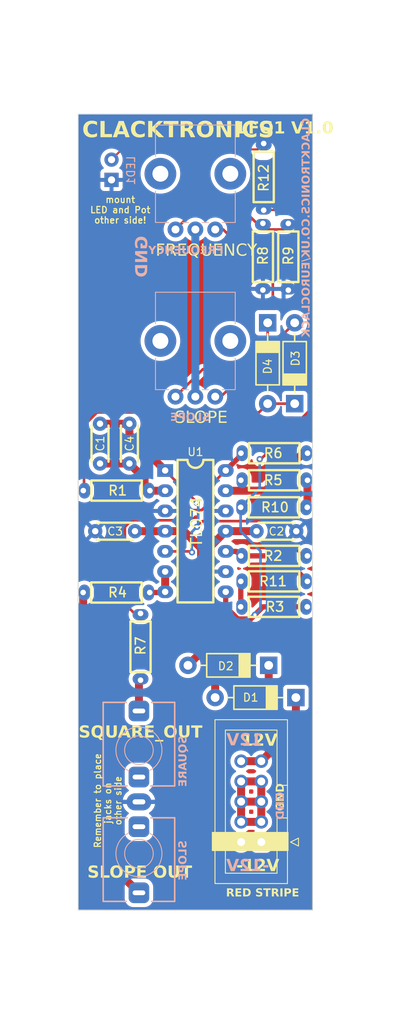
<source format=kicad_pcb>
(kicad_pcb (version 20221018) (generator pcbnew)
  (layers (0 "F.Cu" signal) (31 "B.Cu" signal) (34 "B.Paste" user) (35 "F.Paste" user) (36 "B.SilkS" user "B.Silkscreen") (37 "F.SilkS" user "F.Silkscreen") (38 "B.Mask" user) (39 "F.Mask" user) (44 "Edge.Cuts" user))
  (net 0 "")
  (net 1 "Net-(U1A--)")
  (net 2 "Net-(U1B-+)")
  (net 3 "-12V")
  (net 4 "GND")
  (net 5 "+12V")
  (net 6 "Net-(D1-K)")
  (net 7 "Net-(D2-K)")
  (net 8 "Net-(D3-K)")
  (net 9 "Net-(D3-A)")
  (net 10 "Net-(D4-K)")
  (net 11 "Net-(J1-Pin_3)")
  (net 12 "Net-(J2-PadT)")
  (net 13 "Net-(J3-PadT)")
  (net 14 "Net-(U1C-+)")
  (net 15 "Net-(U1B--)")
  (net 16 "Net-(R6-Pad2)")
  (net 17 "Net-(R8-Pad2)")
  (net 18 "Net-(RV1-Pad2)")
  (net 19 "Net-(U1D--)")
  (net 20 "Net-(R10-Pad1)")
  (net 21 "Net-(R10-Pad2)")
  (net 22 "Net-(R11-Pad2)")
  (net 23 "Net-(LED1-A)")
  (footprint "Clacktronics:R_Axial_DIN0204_L3.6mm_D1.6mm_P7.62mm_Horizontal" (layer "F.Cu") (at 134.1 119.11 90)
    (fp_text reference "R7" (at 4.318 0 90) (layer "F.SilkS") (effects (font (size 1.2 1.2) (thickness 0.2) bold)))
    (fp_text value "1k")
    (fp_line (start 1.016 -1.27) (end 1.016 1.27) (stroke (width 0.3)) (layer "F.SilkS"))
    (fp_line (start 1.016 1.27) (end 7.366 1.27) (stroke (width 0.3)) (layer "F.SilkS"))
    (fp_line (start 7.366 -1.27) (end 1.016 -1.27) (stroke (width 0.3)) (layer "F.SilkS"))
    (fp_line (start 7.366 1.27) (end 7.366 -1.27) (stroke (width 0.3)) (layer "F.SilkS"))
    (pad "1" thru_hole oval (at 0 0 90) (size 1.4 2) (drill 0.7 (offset 0.15 0)) (layers "*.Cu" "*.Mask") (net 13 "Net-(J3-PadT)"))
    (pad "2" thru_hole oval (at 8.382 0 270) (size 1.4 2) (drill 0.7 (offset 0.15 0)) (layers "*.Cu" "*.Mask") (net 16 "Net-(R6-Pad2)"))
  )
  (footprint "Clacktronics:R_Axial_DIN0204_L3.6mm_D1.6mm_P7.62mm_Horizontal" (layer "F.Cu") (at 149.5 70.11 90)
    (fp_text reference "R8" (at 4.318 0 90) (layer "F.SilkS") (effects (font (size 1.2 1.2) (thickness 0.2) bold)))
    (fp_text value "1k")
    (fp_line (start 1.016 -1.27) (end 1.016 1.27) (stroke (width 0.3)) (layer "F.SilkS"))
    (fp_line (start 1.016 1.27) (end 7.366 1.27) (stroke (width 0.3)) (layer "F.SilkS"))
    (fp_line (start 7.366 -1.27) (end 1.016 -1.27) (stroke (width 0.3)) (layer "F.SilkS"))
    (fp_line (start 7.366 1.27) (end 7.366 -1.27) (stroke (width 0.3)) (layer "F.SilkS"))
    (pad "1" thru_hole oval (at 0 0 90) (size 1.4 2) (drill 0.7 (offset 0.15 0)) (layers "*.Cu" "*.Mask") (net 4 "GND"))
    (pad "2" thru_hole oval (at 8.382 0 270) (size 1.4 2) (drill 0.7 (offset 0.15 0)) (layers "*.Cu" "*.Mask") (net 17 "Net-(R8-Pad2)"))
  )
  (footprint "Clacktronics:R_Axial_DIN0204_L3.6mm_D1.6mm_P7.62mm_Horizontal" (layer "F.Cu") (at 146.7 97.4)
    (fp_text reference "R10" (at 4.318 0) (layer "F.SilkS") (effects (font (size 1.2 1.2) (thickness 0.2) bold)))
    (fp_text value "100k")
    (fp_line (start 1.016 -1.27) (end 1.016 1.27) (stroke (width 0.3)) (layer "F.SilkS"))
    (fp_line (start 1.016 1.27) (end 7.366 1.27) (stroke (width 0.3)) (layer "F.SilkS"))
    (fp_line (start 7.366 -1.27) (end 1.016 -1.27) (stroke (width 0.3)) (layer "F.SilkS"))
    (fp_line (start 7.366 1.27) (end 7.366 -1.27) (stroke (width 0.3)) (layer "F.SilkS"))
    (pad "1" thru_hole oval (at 0 0) (size 1.4 2) (drill 0.7 (offset 0.15 0)) (layers "*.Cu" "*.Mask") (net 20 "Net-(R10-Pad1)"))
    (pad "2" thru_hole oval (at 8.382 0 180) (size 1.4 2) (drill 0.7 (offset 0.15 0)) (layers "*.Cu" "*.Mask") (net 21 "Net-(R10-Pad2)"))
  )
  (footprint "Clacktronics:R_Axial_DIN0204_L3.6mm_D1.6mm_P7.62mm_Horizontal" (layer "F.Cu") (at 155.1 103.5 180)
    (fp_text reference "R2" (at 4.318 0 180) (layer "F.SilkS") (effects (font (size 1.2 1.2) (thickness 0.2) bold)))
    (fp_text value "100k")
    (fp_line (start 1.016 -1.27) (end 1.016 1.27) (stroke (width 0.3)) (layer "F.SilkS"))
    (fp_line (start 1.016 1.27) (end 7.366 1.27) (stroke (width 0.3)) (layer "F.SilkS"))
    (fp_line (start 7.366 -1.27) (end 1.016 -1.27) (stroke (width 0.3)) (layer "F.SilkS"))
    (fp_line (start 7.366 1.27) (end 7.366 -1.27) (stroke (width 0.3)) (layer "F.SilkS"))
    (pad "1" thru_hole oval (at 0 0 180) (size 1.4 2) (drill 0.7 (offset 0.15 0)) (layers "*.Cu" "*.Mask") (net 2 "Net-(U1B-+)"))
    (pad "2" thru_hole oval (at 8.382 0) (size 1.4 2) (drill 0.7 (offset 0.15 0)) (layers "*.Cu" "*.Mask") (net 14 "Net-(U1C-+)"))
  )
  (footprint "Clacktronics:R_Axial_DIN0204_L3.6mm_D1.6mm_P7.62mm_Horizontal" (layer "F.Cu") (at 155.12 90.6 180)
    (fp_text reference "R6" (at 4.318 0 180) (layer "F.SilkS") (effects (font (size 1.2 1.2) (thickness 0.2) bold)))
    (fp_text value "100k")
    (fp_line (start 1.016 -1.27) (end 1.016 1.27) (stroke (width 0.3)) (layer "F.SilkS"))
    (fp_line (start 1.016 1.27) (end 7.366 1.27) (stroke (width 0.3)) (layer "F.SilkS"))
    (fp_line (start 7.366 -1.27) (end 1.016 -1.27) (stroke (width 0.3)) (layer "F.SilkS"))
    (fp_line (start 7.366 1.27) (end 7.366 -1.27) (stroke (width 0.3)) (layer "F.SilkS"))
    (pad "1" thru_hole oval (at 0 0 180) (size 1.4 2) (drill 0.7 (offset 0.15 0)) (layers "*.Cu" "*.Mask") (net 19 "Net-(U1D--)"))
    (pad "2" thru_hole oval (at 8.382 0) (size 1.4 2) (drill 0.7 (offset 0.15 0)) (layers "*.Cu" "*.Mask") (net 16 "Net-(R6-Pad2)"))
  )
  (footprint "Clacktronics:D_TH_DO-41_P10.16mm" (layer "F.Cu") (at 150.1 74.22 -90)
    (fp_text reference "D4" (at 5.48 0 90) (layer "F.SilkS"))
    (fp_text value "D")
    (fp_line (start 1.4 0) (end 2.35 0) (stroke (width 0.2)) (layer "F.SilkS"))
    (fp_line (start 2.36 -1.47) (end 2.36 1.47) (stroke (width 0.2)) (layer "F.SilkS"))
    (fp_line (start 2.36 1.47) (end 7.8 1.47) (stroke (width 0.2)) (layer "F.SilkS"))
    (fp_line (start 7.8 -1.47) (end 2.36 -1.47) (stroke (width 0.2)) (layer "F.SilkS"))
    (fp_line (start 7.8 0) (end 8.75 0) (stroke (width 0.2)) (layer "F.SilkS"))
    (fp_line (start 7.8 1.47) (end 7.8 -1.47) (stroke (width 0.2)) (layer "F.SilkS"))
    (fp_poly (pts (xy 2.36 -1.47) (xy 2.36 1.47) (xy 3.75 1.5) (xy 3.75 -1.5)) (stroke (width 0.1)) (fill solid) (layer "F.SilkS"))
    (pad "1" thru_hole rect (at 0 0 270) (size 2.2 2.2) (drill 1.1) (layers "*.Cu" "*.Mask") (net 10 "Net-(D4-K)"))
    (pad "2" thru_hole oval (at 10.16 0 270) (size 2.2 2.2) (drill 1.1) (layers "*.Cu" "*.Mask") (net 8 "Net-(D3-K)"))
  )
  (footprint "Clacktronics:D_TH_DO-41_P10.16mm" (layer "F.Cu") (at 153.5 84.38 90)
    (fp_text reference "D3" (at 5.68 0.1 90) (layer "F.SilkS"))
    (fp_text value "D")
    (fp_line (start 1.4 0) (end 2.35 0) (stroke (width 0.2)) (layer "F.SilkS"))
    (fp_line (start 2.36 -1.47) (end 2.36 1.47) (stroke (width 0.2)) (layer "F.SilkS"))
    (fp_line (start 2.36 1.47) (end 7.8 1.47) (stroke (width 0.2)) (layer "F.SilkS"))
    (fp_line (start 7.8 -1.47) (end 2.36 -1.47) (stroke (width 0.2)) (layer "F.SilkS"))
    (fp_line (start 7.8 0) (end 8.75 0) (stroke (width 0.2)) (layer "F.SilkS"))
    (fp_line (start 7.8 1.47) (end 7.8 -1.47) (stroke (width 0.2)) (layer "F.SilkS"))
    (fp_poly (pts (xy 2.36 -1.47) (xy 2.36 1.47) (xy 3.75 1.5) (xy 3.75 -1.5)) (stroke (width 0.1)) (fill solid) (layer "F.SilkS"))
    (pad "1" thru_hole rect (at 0 0 90) (size 2.2 2.2) (drill 1.1) (layers "*.Cu" "*.Mask") (net 8 "Net-(D3-K)"))
    (pad "2" thru_hole oval (at 10.16 0 90) (size 2.2 2.2) (drill 1.1) (layers "*.Cu" "*.Mask") (net 9 "Net-(D3-A)"))
  )
  (footprint "Clacktronics:R_Axial_DIN0204_L3.6mm_D1.6mm_P7.62mm_Horizontal" (layer "F.Cu") (at 126.88 108.1)
    (fp_text reference "R4" (at 4.318 0) (layer "F.SilkS") (effects (font (size 1.2 1.2) (thickness 0.2) bold)))
    (fp_text value "1k")
    (fp_line (start 1.016 -1.27) (end 1.016 1.27) (stroke (width 0.3)) (layer "F.SilkS"))
    (fp_line (start 1.016 1.27) (end 7.366 1.27) (stroke (width 0.3)) (layer "F.SilkS"))
    (fp_line (start 7.366 -1.27) (end 1.016 -1.27) (stroke (width 0.3)) (layer "F.SilkS"))
    (fp_line (start 7.366 1.27) (end 7.366 -1.27) (stroke (width 0.3)) (layer "F.SilkS"))
    (pad "1" thru_hole oval (at 0 0) (size 1.4 2) (drill 0.7 (offset 0.15 0)) (layers "*.Cu" "*.Mask") (net 12 "Net-(J2-PadT)"))
    (pad "2" thru_hole oval (at 8.382 0 180) (size 1.4 2) (drill 0.7 (offset 0.15 0)) (layers "*.Cu" "*.Mask") (net 15 "Net-(U1B--)"))
  )
  (footprint "Clacktronics:R_Axial_DIN0204_L3.6mm_D1.6mm_P7.62mm_Horizontal" (layer "F.Cu") (at 126.9 95.3)
    (fp_text reference "R1" (at 4.318 0) (layer "F.SilkS") (effects (font (size 1.2 1.2) (thickness 0.2) bold)))
    (fp_text value "100k")
    (fp_line (start 1.016 -1.27) (end 1.016 1.27) (stroke (width 0.3)) (layer "F.SilkS"))
    (fp_line (start 1.016 1.27) (end 7.366 1.27) (stroke (width 0.3)) (layer "F.SilkS"))
    (fp_line (start 7.366 -1.27) (end 1.016 -1.27) (stroke (width 0.3)) (layer "F.SilkS"))
    (fp_line (start 7.366 1.27) (end 7.366 -1.27) (stroke (width 0.3)) (layer "F.SilkS"))
    (pad "1" thru_hole oval (at 0 0) (size 1.4 2) (drill 0.7 (offset 0.15 0)) (layers "*.Cu" "*.Mask") (net 8 "Net-(D3-K)"))
    (pad "2" thru_hole oval (at 8.382 0 180) (size 1.4 2) (drill 0.7 (offset 0.15 0)) (layers "*.Cu" "*.Mask") (net 1 "Net-(U1A--)"))
  )
  (footprint "Clacktronics:D_TH_DO-41_P10.16mm" (layer "F.Cu") (at 153.65 121.3 180)
    (fp_text reference "D1" (at 5.69 0.01) (layer "F.SilkS"))
    (fp_text value "D")
    (fp_line (start 1.4 0) (end 2.35 0) (stroke (width 0.2)) (layer "F.SilkS"))
    (fp_line (start 2.36 -1.47) (end 2.36 1.47) (stroke (width 0.2)) (layer "F.SilkS"))
    (fp_line (start 2.36 1.47) (end 7.8 1.47) (stroke (width 0.2)) (layer "F.SilkS"))
    (fp_line (start 7.8 -1.47) (end 2.36 -1.47) (stroke (width 0.2)) (layer "F.SilkS"))
    (fp_line (start 7.8 0) (end 8.75 0) (stroke (width 0.2)) (layer "F.SilkS"))
    (fp_line (start 7.8 1.47) (end 7.8 -1.47) (stroke (width 0.2)) (layer "F.SilkS"))
    (fp_poly (pts (xy 2.36 -1.47) (xy 2.36 1.47) (xy 3.75 1.5) (xy 3.75 -1.5)) (stroke (width 0.1)) (fill solid) (layer "F.SilkS"))
    (pad "1" thru_hole rect (at 0 0 180) (size 2.2 2.2) (drill 1.1) (layers "*.Cu" "*.Mask") (net 6 "Net-(D1-K)"))
    (pad "2" thru_hole oval (at 10.16 0 180) (size 2.2 2.2) (drill 1.1) (layers "*.Cu" "*.Mask") (net 3 "-12V"))
  )
  (footprint "Clacktronics:C_TH_Disc_P5.00mm" (layer "F.Cu") (at 132.7 91.9 90)
    (fp_text reference "C4" (at 2.5 0.0254 90) (layer "F.SilkS"))
    (fp_text value "1u")
    (fp_line (start 0.23 -1.07) (end 0.23 -1.055) (stroke (width 0.12)) (layer "F.SilkS"))
    (fp_line (start 0.23 -1.07) (end 4.77 -1.07) (stroke (width 0.3)) (layer "F.SilkS"))
    (fp_line (start 0.23 1.055) (end 0.23 1.07) (stroke (width 0.12)) (layer "F.SilkS"))
    (fp_line (start 0.23 1.07) (end 4.77 1.07) (stroke (width 0.3)) (layer "F.SilkS"))
    (fp_line (start 4.77 -1.07) (end 4.77 -1.055) (stroke (width 0.12)) (layer "F.SilkS"))
    (fp_line (start 4.77 1.055) (end 4.77 1.07) (stroke (width 0.12)) (layer "F.SilkS"))
    (pad "1" thru_hole circle (at 0 0 90) (size 1.8 1.8) (drill 0.8) (layers "*.Cu" "*.Mask") (net 1 "Net-(U1A--)"))
    (pad "2" thru_hole circle (at 5 0 90) (size 1.8 1.8) (drill 0.8) (layers "*.Cu" "*.Mask") (net 2 "Net-(U1B-+)"))
  )
  (footprint "Clacktronics:C_TH_Disc_P5.00mm" (layer "F.Cu") (at 128.4 100.4)
    (fp_text reference "C3" (at 2.5 0.0254) (layer "F.SilkS"))
    (fp_text value "100n")
    (fp_line (start 0.23 -1.07) (end 0.23 -1.055) (stroke (width 0.12)) (layer "F.SilkS"))
    (fp_line (start 0.23 -1.07) (end 4.77 -1.07) (stroke (width 0.3)) (layer "F.SilkS"))
    (fp_line (start 0.23 1.055) (end 0.23 1.07) (stroke (width 0.12)) (layer "F.SilkS"))
    (fp_line (start 0.23 1.07) (end 4.77 1.07) (stroke (width 0.3)) (layer "F.SilkS"))
    (fp_line (start 4.77 -1.07) (end 4.77 -1.055) (stroke (width 0.12)) (layer "F.SilkS"))
    (fp_line (start 4.77 1.055) (end 4.77 1.07) (stroke (width 0.12)) (layer "F.SilkS"))
    (pad "1" thru_hole circle (at 0 0) (size 1.8 1.8) (drill 0.8) (layers "*.Cu" "*.Mask") (net 4 "GND"))
    (pad "2" thru_hole circle (at 5 0) (size 1.8 1.8) (drill 0.8) (layers "*.Cu" "*.Mask") (net 5 "+12V"))
  )
  (footprint "Clacktronics:R_Axial_DIN0204_L3.6mm_D1.6mm_P7.62mm_Horizontal" (layer "F.Cu") (at 152.7 70.12 90)
    (fp_text reference "R9" (at 4.318 0 90) (layer "F.SilkS") (effects (font (size 1.2 1.2) (thickness 0.2) bold)))
    (fp_text value "1k")
    (fp_line (start 1.016 -1.27) (end 1.016 1.27) (stroke (width 0.3)) (layer "F.SilkS"))
    (fp_line (start 1.016 1.27) (end 7.366 1.27) (stroke (width 0.3)) (layer "F.SilkS"))
    (fp_line (start 7.366 -1.27) (end 1.016 -1.27) (stroke (width 0.3)) (layer "F.SilkS"))
    (fp_line (start 7.366 1.27) (end 7.366 -1.27) (stroke (width 0.3)) (layer "F.SilkS"))
    (pad "1" thru_hole oval (at 0 0 90) (size 1.4 2) (drill 0.7 (offset 0.15 0)) (layers "*.Cu" "*.Mask") (net 4 "GND"))
    (pad "2" thru_hole oval (at 8.382 0 270) (size 1.4 2) (drill 0.7 (offset 0.15 0)) (layers "*.Cu" "*.Mask") (net 17 "Net-(R8-Pad2)"))
  )
  (footprint "Clacktronics:R_Axial_DIN0204_L3.6mm_D1.6mm_P7.62mm_Horizontal" (layer "F.Cu") (at 155.1 106.7 180)
    (fp_text reference "R11" (at 4.318 0 180) (layer "F.SilkS") (effects (font (size 1.2 1.2) (thickness 0.2) bold)))
    (fp_text value "100k")
    (fp_line (start 1.016 -1.27) (end 1.016 1.27) (stroke (width 0.3)) (layer "F.SilkS"))
    (fp_line (start 1.016 1.27) (end 7.366 1.27) (stroke (width 0.3)) (layer "F.SilkS"))
    (fp_line (start 7.366 -1.27) (end 1.016 -1.27) (stroke (width 0.3)) (layer "F.SilkS"))
    (fp_line (start 7.366 1.27) (end 7.366 -1.27) (stroke (width 0.3)) (layer "F.SilkS"))
    (pad "1" thru_hole oval (at 0 0 180) (size 1.4 2) (drill 0.7 (offset 0.15 0)) (layers "*.Cu" "*.Mask") (net 14 "Net-(U1C-+)"))
    (pad "2" thru_hole oval (at 8.382 0) (size 1.4 2) (drill 0.7 (offset 0.15 0)) (layers "*.Cu" "*.Mask") (net 22 "Net-(R11-Pad2)"))
  )
  (footprint "Clacktronics:C_TH_Disc_P5.00mm" (layer "F.Cu") (at 129 91.9 90)
    (fp_text reference "C1" (at 2.5 0.0254 90) (layer "F.SilkS"))
    (fp_text value "1u")
    (fp_line (start 0.23 -1.07) (end 0.23 -1.055) (stroke (width 0.12)) (layer "F.SilkS"))
    (fp_line (start 0.23 -1.07) (end 4.77 -1.07) (stroke (width 0.3)) (layer "F.SilkS"))
    (fp_line (start 0.23 1.055) (end 0.23 1.07) (stroke (width 0.12)) (layer "F.SilkS"))
    (fp_line (start 0.23 1.07) (end 4.77 1.07) (stroke (width 0.3)) (layer "F.SilkS"))
    (fp_line (start 4.77 -1.07) (end 4.77 -1.055) (stroke (width 0.12)) (layer "F.SilkS"))
    (fp_line (start 4.77 1.055) (end 4.77 1.07) (stroke (width 0.12)) (layer "F.SilkS"))
    (pad "1" thru_hole circle (at 0 0 90) (size 1.8 1.8) (drill 0.8) (layers "*.Cu" "*.Mask") (net 1 "Net-(U1A--)"))
    (pad "2" thru_hole circle (at 5 0 90) (size 1.8 1.8) (drill 0.8) (layers "*.Cu" "*.Mask") (net 2 "Net-(U1B-+)"))
  )
  (footprint "Clacktronics:R_Axial_DIN0204_L3.6mm_D1.6mm_P7.62mm_Horizontal" (layer "F.Cu") (at 155.11 94 180)
    (fp_text reference "R5" (at 4.318 0 180) (layer "F.SilkS") (effects (font (size 1.2 1.2) (thickness 0.2) bold)))
    (fp_text value "100k")
    (fp_line (start 1.016 -1.27) (end 1.016 1.27) (stroke (width 0.3)) (layer "F.SilkS"))
    (fp_line (start 1.016 1.27) (end 7.366 1.27) (stroke (width 0.3)) (layer "F.SilkS"))
    (fp_line (start 7.366 -1.27) (end 1.016 -1.27) (stroke (width 0.3)) (layer "F.SilkS"))
    (fp_line (start 7.366 1.27) (end 7.366 -1.27) (stroke (width 0.3)) (layer "F.SilkS"))
    (pad "1" thru_hole oval (at 0 0 180) (size 1.4 2) (drill 0.7 (offset 0.15 0)) (layers "*.Cu" "*.Mask") (net 21 "Net-(R10-Pad2)"))
    (pad "2" thru_hole oval (at 8.382 0) (size 1.4 2) (drill 0.7 (offset 0.15 0)) (layers "*.Cu" "*.Mask") (net 19 "Net-(U1D--)"))
  )
  (footprint "Clacktronics:R_Axial_DIN0204_L3.6mm_D1.6mm_P7.62mm_Horizontal" (layer "F.Cu") (at 149.6 51.7 -90)
    (fp_text reference "R12" (at 4.318 0 -90) (layer "F.SilkS") (effects (font (size 1.2 1.2) (thickness 0.2) bold)))
    (fp_text value "1k")
    (fp_line (start 1.016 -1.27) (end 1.016 1.27) (stroke (width 0.3)) (layer "F.SilkS"))
    (fp_line (start 1.016 1.27) (end 7.366 1.27) (stroke (width 0.3)) (layer "F.SilkS"))
    (fp_line (start 7.366 -1.27) (end 1.016 -1.27) (stroke (width 0.3)) (layer "F.SilkS"))
    (fp_line (start 7.366 1.27) (end 7.366 -1.27) (stroke (width 0.3)) (layer "F.SilkS"))
    (pad "1" thru_hole oval (at 0 0 270) (size 1.4 2) (drill 0.7 (offset 0.15 0)) (layers "*.Cu" "*.Mask") (net 23 "Net-(LED1-A)"))
    (pad "2" thru_hole oval (at 8.382 0 90) (size 1.4 2) (drill 0.7 (offset 0.15 0)) (layers "*.Cu" "*.Mask") (net 20 "Net-(R10-Pad1)"))
  )
  (footprint "Clacktronics:R_Axial_DIN0204_L3.6mm_D1.6mm_P7.62mm_Horizontal" (layer "F.Cu") (at 146.7 109.9)
    (fp_text reference "R3" (at 4.318 0) (layer "F.SilkS") (effects (font (size 1.2 1.2) (thickness 0.2) bold)))
    (fp_text value "100k")
    (fp_line (start 1.016 -1.27) (end 1.016 1.27) (stroke (width 0.3)) (layer "F.SilkS"))
    (fp_line (start 1.016 1.27) (end 7.366 1.27) (stroke (width 0.3)) (layer "F.SilkS"))
    (fp_line (start 7.366 -1.27) (end 1.016 -1.27) (stroke (width 0.3)) (layer "F.SilkS"))
    (fp_line (start 7.366 1.27) (end 7.366 -1.27) (stroke (width 0.3)) (layer "F.SilkS"))
    (pad "1" thru_hole oval (at 0 0) (size 1.4 2) (drill 0.7 (offset 0.15 0)) (layers "*.Cu" "*.Mask") (net 22 "Net-(R11-Pad2)"))
    (pad "2" thru_hole oval (at 8.382 0 180) (size 1.4 2) (drill 0.7 (offset 0.15 0)) (layers "*.Cu" "*.Mask") (net 20 "Net-(R10-Pad1)"))
  )
  (footprint "Clacktronics:D_TH_DO-41_P10.16mm" (layer "F.Cu") (at 150.23 117.25 180)
    (fp_text reference "D2" (at 5.41 -0.1) (layer "F.SilkS"))
    (fp_text value "D")
    (fp_line (start 1.4 0) (end 2.35 0) (stroke (width 0.2)) (layer "F.SilkS"))
    (fp_line (start 2.36 -1.47) (end 2.36 1.47) (stroke (width 0.2)) (layer "F.SilkS"))
    (fp_line (start 2.36 1.47) (end 7.8 1.47) (stroke (width 0.2)) (layer "F.SilkS"))
    (fp_line (start 7.8 -1.47) (end 2.36 -1.47) (stroke (width 0.2)) (layer "F.SilkS"))
    (fp_line (start 7.8 0) (end 8.75 0) (stroke (width 0.2)) (layer "F.SilkS"))
    (fp_line (start 7.8 1.47) (end 7.8 -1.47) (stroke (width 0.2)) (layer "F.SilkS"))
    (fp_poly (pts (xy 2.36 -1.47) (xy 2.36 1.47) (xy 3.75 1.5) (xy 3.75 -1.5)) (stroke (width 0.1)) (fill solid) (layer "F.SilkS"))
    (pad "1" thru_hole rect (at 0 0 180) (size 2.2 2.2) (drill 1.1) (layers "*.Cu" "*.Mask") (net 7 "Net-(D2-K)"))
    (pad "2" thru_hole oval (at 10.16 0 180) (size 2.2 2.2) (drill 1.1) (layers "*.Cu" "*.Mask") (net 5 "+12V"))
  )
  (footprint "Connector_IDC:IDC-Header_2x05_P2.54mm_Vertical" (layer "F.Cu") (at 149.3 139.45 180)
    (fp_text reference "J1" hide)
    (fp_text value "Conn_02x05_Odd_Even")
    (fp_line (start -4.68 -0.5) (end -4.68 0.5) (stroke (width 0.12)) (layer "F.SilkS"))
    (fp_line (start -4.68 0.5) (end -3.68 0) (stroke (width 0.12)) (layer "F.SilkS"))
    (fp_line (start -3.68 0) (end -4.68 -0.5) (stroke (width 0.12)) (layer "F.SilkS"))
    (fp_line (start -3.29 -5.21) (end 5.83 -5.21) (stroke (width 0.12)) (layer "F.SilkS"))
    (fp_line (start -3.29 3.03) (end -1.98 3.03) (stroke (width 0.12)) (layer "F.SilkS"))
    (fp_line (start -3.29 15.37) (end -3.29 -5.21) (stroke (width 0.12)) (layer "F.SilkS"))
    (fp_line (start -1.98 -3.91) (end 4.52 -3.91) (stroke (width 0.12)) (layer "F.SilkS"))
    (fp_line (start -1.98 3.03) (end -1.98 -3.91) (stroke (width 0.12)) (layer "F.SilkS"))
    (fp_line (start -1.98 7.13) (end -3.29 7.13) (stroke (width 0.12)) (layer "F.SilkS"))
    (fp_line (start -1.98 7.13) (end -1.98 7.13) (stroke (width 0.12)) (layer "F.SilkS"))
    (fp_line (start -1.98 14.07) (end -1.98 7.13) (stroke (width 0.12)) (layer "F.SilkS"))
    (fp_line (start 4.52 -3.91) (end 4.52 14.07) (stroke (width 0.12)) (layer "F.SilkS"))
    (fp_line (start 4.52 14.07) (end -1.98 14.07) (stroke (width 0.12)) (layer "F.SilkS"))
    (fp_line (start 5.83 -5.21) (end 5.83 15.37) (stroke (width 0.12)) (layer "F.SilkS"))
    (fp_line (start 5.83 15.37) (end -3.29 15.37) (stroke (width 0.12)) (layer "F.SilkS"))
    (pad "1" thru_hole roundrect (at 0 0 180) (size 1.7 1.7) (drill 1) (layers "*.Cu" "*.Mask") (roundrect_rratio 0.147059) (net 6 "Net-(D1-K)"))
    (pad "2" thru_hole circle (at 2.54 0 180) (size 1.7 1.7) (drill 1) (layers "*.Cu" "*.Mask") (net 6 "Net-(D1-K)"))
    (pad "3" thru_hole circle (at 0 2.54 180) (size 1.7 1.7) (drill 1) (layers "*.Cu" "*.Mask") (net 11 "Net-(J1-Pin_3)"))
    (pad "4" thru_hole circle (at 2.54 2.54 180) (size 1.7 1.7) (drill 1) (layers "*.Cu" "*.Mask") (net 11 "Net-(J1-Pin_3)"))
    (pad "5" thru_hole circle (at 0 5.08 180) (size 1.7 1.7) (drill 1) (layers "*.Cu" "*.Mask") (net 11 "Net-(J1-Pin_3)"))
    (pad "6" thru_hole circle (at 2.54 5.08 180) (size 1.7 1.7) (drill 1) (layers "*.Cu" "*.Mask") (net 11 "Net-(J1-Pin_3)"))
    (pad "7" thru_hole circle (at 0 7.62 180) (size 1.7 1.7) (drill 1) (layers "*.Cu" "*.Mask") (net 11 "Net-(J1-Pin_3)"))
    (pad "8" thru_hole circle (at 2.54 7.62 180) (size 1.7 1.7) (drill 1) (layers "*.Cu" "*.Mask") (net 11 "Net-(J1-Pin_3)"))
    (pad "9" thru_hole circle (at 0 10.16 180) (size 1.7 1.7) (drill 1) (layers "*.Cu" "*.Mask") (net 7 "Net-(D2-K)"))
    (pad "10" thru_hole circle (at 2.54 10.16 180) (size 1.7 1.7) (drill 1) (layers "*.Cu" "*.Mask") (net 7 "Net-(D2-K)"))
  )
  (footprint "Clacktronics:DIP-14_W7.62mm_LongPads" (layer "F.Cu") (at 137.2 92.775)
    (fp_text reference "U1" (at 3.81 -2.33) (layer "F.SilkS"))
    (fp_text value "TL074")
    (fp_line (start 1.56 -1.33) (end 1.56 16.57) (stroke (width 0.3)) (layer "F.SilkS"))
    (fp_line (start 1.56 16.57) (end 6.06 16.57) (stroke (width 0.3)) (layer "F.SilkS"))
    (fp_line (start 2.81 -1.33) (end 1.56 -1.33) (stroke (width 0.3)) (layer "F.SilkS"))
    (fp_line (start 6.06 -1.33) (end 4.81 -1.33) (stroke (width 0.3)) (layer "F.SilkS"))
    (fp_line (start 6.06 16.57) (end 6.06 -1.33) (stroke (width 0.3)) (layer "F.SilkS"))
    (fp_arc (start 4.81 -1.33) (mid 3.81 -0.33) (end 2.81 -1.33) (stroke (width 0.3)) (layer "F.SilkS"))
    (pad "1" thru_hole rect (at 0 0) (size 2 1.6) (drill 0.8) (layers "*.Cu" "*.Mask") (net 2 "Net-(U1B-+)"))
    (pad "2" thru_hole oval (at 0 2.54) (size 2 1.6) (drill 0.8) (layers "*.Cu" "*.Mask") (net 1 "Net-(U1A--)"))
    (pad "3" thru_hole oval (at 0 5.08) (size 2 1.6) (drill 0.8) (layers "*.Cu" "*.Mask") (net 4 "GND"))
    (pad "4" thru_hole oval (at 0 7.62) (size 2 1.6) (drill 0.8) (layers "*.Cu" "*.Mask") (net 5 "+12V"))
    (pad "5" thru_hole oval (at 0 10.16) (size 2 1.6) (drill 0.8) (layers "*.Cu" "*.Mask") (net 2 "Net-(U1B-+)"))
    (pad "6" thru_hole oval (at 0 12.7) (size 2 1.6) (drill 0.8) (layers "*.Cu" "*.Mask") (net 15 "Net-(U1B--)"))
    (pad "7" thru_hole oval (at 0 15.24) (size 2 1.6) (drill 0.8) (layers "*.Cu" "*.Mask") (net 15 "Net-(U1B--)"))
    (pad "8" thru_hole oval (at 7.62 15.24) (size 2 1.6) (drill 0.8) (layers "*.Cu" "*.Mask") (net 20 "Net-(R10-Pad1)"))
    (pad "9" thru_hole oval (at 7.62 12.7) (size 2 1.6) (drill 0.8) (layers "*.Cu" "*.Mask") (net 4 "GND"))
    (pad "10" thru_hole oval (at 7.62 10.16) (size 2 1.6) (drill 0.8) (layers "*.Cu" "*.Mask") (net 14 "Net-(U1C-+)"))
    (pad "11" thru_hole oval (at 7.62 7.62) (size 2 1.6) (drill 0.8) (layers "*.Cu" "*.Mask") (net 3 "-12V"))
    (pad "12" thru_hole oval (at 7.62 5.08) (size 2 1.6) (drill 0.8) (layers "*.Cu" "*.Mask") (net 4 "GND"))
    (pad "13" thru_hole oval (at 7.62 2.54) (size 2 1.6) (drill 0.8) (layers "*.Cu" "*.Mask") (net 19 "Net-(U1D--)"))
    (pad "14" thru_hole oval (at 7.62 0) (size 2 1.6) (drill 0.8) (layers "*.Cu" "*.Mask") (net 16 "Net-(R6-Pad2)"))
  )
  (footprint "Clacktronics:C_TH_Disc_P5.00mm" (layer "F.Cu") (at 148.7 100.4)
    (fp_text reference "C2" (at 2.5 0.0254) (layer "F.SilkS"))
    (fp_text value "100n")
    (fp_line (start 0.23 -1.07) (end 0.23 -1.055) (stroke (width 0.12)) (layer "F.SilkS"))
    (fp_line (start 0.23 -1.07) (end 4.77 -1.07) (stroke (width 0.3)) (layer "F.SilkS"))
    (fp_line (start 0.23 1.055) (end 0.23 1.07) (stroke (width 0.12)) (layer "F.SilkS"))
    (fp_line (start 0.23 1.07) (end 4.77 1.07) (stroke (width 0.3)) (layer "F.SilkS"))
    (fp_line (start 4.77 -1.07) (end 4.77 -1.055) (stroke (width 0.12)) (layer "F.SilkS"))
    (fp_line (start 4.77 1.055) (end 4.77 1.07) (stroke (width 0.12)) (layer "F.SilkS"))
    (pad "1" thru_hole circle (at 0 0) (size 1.8 1.8) (drill 0.8) (layers "*.Cu" "*.Mask") (net 3 "-12V"))
    (pad "2" thru_hole circle (at 5 0) (size 1.8 1.8) (drill 0.8) (layers "*.Cu" "*.Mask") (net 4 "GND"))
  )
  (footprint "AudioJacks:Jack_3.5mm_QingPu_WQP-PJ366ST_Vertical" (layer "B.Cu") (at 133.9 127.9 180)
    (fp_text reference "J3" hide)
    (fp_text value "SQUARE OUT")
    (fp_line (start -4.5 -4.5) (end -4.5 6) (stroke (width 0.2)) (layer "B.SilkS"))
    (fp_line (start -4.5 -4.5) (end -1.5 -4.5) (stroke (width 0.2)) (layer "B.SilkS"))
    (fp_line (start -4.5 6) (end -1.6 6) (stroke (width 0.2)) (layer "B.SilkS"))
    (fp_line (start 1.5 -4.5) (end 4.5 -4.5) (stroke (width 0.2)) (layer "B.SilkS"))
    (fp_line (start 1.6 6) (end 4.5 6) (stroke (width 0.2)) (layer "B.SilkS"))
    (fp_line (start 4.5 -4.5) (end 4.5 6) (stroke (width 0.2)) (layer "B.SilkS"))
    (fp_arc (start 0 2.895) (mid -2.817353 0.665994) (end -1.296263 -2.588577) (stroke (width 0.12)) (layer "B.SilkS"))
    (fp_arc (start 1.296263 -2.588577) (mid 2.817353 0.665994) (end 0 2.895) (stroke (width 0.12)) (layer "B.SilkS"))
    (fp_circle (center 0 0) (end -1.8 0) (stroke (width 0.12)) (fill none) (layer "B.SilkS"))
    (pad "R" thru_hole roundrect (at 0 -3.38 180) (size 2.6 2.6) (drill oval 1.6 0.6) (layers "*.Cu" "*.Mask"))
    (pad "S" thru_hole oval (at 0 -6.48 180) (size 3.1 2.1) (drill oval 1.6 0.6) (layers "*.Cu" "*.Mask") (net 4 "GND"))
    (pad "T" thru_hole roundrect (at 0 4.92 180) (size 2.6 2.6) (drill oval 1.6 0.6) (layers "*.Cu" "*.Mask") (net 13 "Net-(J3-PadT)"))
  )
  (footprint "AudioJacks:Jack_3.5mm_QingPu_WQP-PJ366ST_Vertical" (layer "B.Cu") (at 133.9 140.9)
    (fp_text reference "J2" hide)
    (fp_text value "SLOPE OUT")
    (fp_line (start -4.5 -4.5) (end -4.5 6) (stroke (width 0.2)) (layer "B.SilkS"))
    (fp_line (start -4.5 -4.5) (end -1.5 -4.5) (stroke (width 0.2)) (layer "B.SilkS"))
    (fp_line (start -4.5 6) (end -1.6 6) (stroke (width 0.2)) (layer "B.SilkS"))
    (fp_line (start 1.5 -4.5) (end 4.5 -4.5) (stroke (width 0.2)) (layer "B.SilkS"))
    (fp_line (start 1.6 6) (end 4.5 6) (stroke (width 0.2)) (layer "B.SilkS"))
    (fp_line (start 4.5 -4.5) (end 4.5 6) (stroke (width 0.2)) (layer "B.SilkS"))
    (fp_arc (start 0 2.895) (mid -2.817353 0.665994) (end -1.296263 -2.588577) (stroke (width 0.12)) (layer "B.SilkS"))
    (fp_arc (start 1.296263 -2.588577) (mid 2.817353 0.665994) (end 0 2.895) (stroke (width 0.12)) (layer "B.SilkS"))
    (fp_circle (center 0 0) (end -1.8 0) (stroke (width 0.12)) (fill none) (layer "B.SilkS"))
    (pad "R" thru_hole roundrect (at 0 -3.38) (size 2.6 2.6) (drill oval 1.6 0.6) (layers "*.Cu" "*.Mask"))
    (pad "S" thru_hole oval (at 0 -6.48) (size 3.1 2.1) (drill oval 1.6 0.6) (layers "*.Cu" "*.Mask") (net 4 "GND"))
    (pad "T" thru_hole roundrect (at 0 4.92) (size 2.6 2.6) (drill oval 1.6 0.6) (layers "*.Cu" "*.Mask") (net 12 "Net-(J2-PadT)"))
  )
  (footprint "Clacktronics:LED_D3.0mm" (layer "B.Cu") (at 130.45 55 90)
    (fp_text reference "LED1" (at -0.1 2.45 90) (layer "B.SilkS") (effects (justify mirror)))
    (fp_text value "LED")
    (pad "1" thru_hole rect (at -1.27 0 90) (size 1.8 1.8) (drill 0.9) (layers "*.Cu" "*.Mask") (net 4 "GND"))
    (pad "2" thru_hole circle (at 1.27 0 90) (size 1.8 1.8) (drill 0.9) (layers "*.Cu" "*.Mask") (net 23 "Net-(LED1-A)"))
  )
  (footprint "Clacktronics:POT_TH_Alps_RK09K_Single_Vertical" (layer "B.Cu") (at 141 76 180)
    (fp_text reference "RV2" hide)
    (fp_text value "10k")
    (fp_line (start -5.021 -6.62) (end -5.021 -2.683) (stroke (width 0.12)) (layer "B.SilkS"))
    (fp_line (start -5.021 -6.62) (end -3.371 -6.62) (stroke (width 0.12)) (layer "B.SilkS"))
    (fp_line (start -5.021 1.684) (end -5.021 5.62) (stroke (width 0.12)) (layer "B.SilkS"))
    (fp_line (start -5.021 5.62) (end 5.02 5.62) (stroke (width 0.12)) (layer "B.SilkS"))
    (fp_line (start -1.629 -6.62) (end -0.87 -6.62) (stroke (width 0.12)) (layer "B.SilkS"))
    (fp_line (start 0.871 -6.62) (end 1.63 -6.62) (stroke (width 0.12)) (layer "B.SilkS"))
    (fp_line (start 3.37 -6.62) (end 5.02 -6.62) (stroke (width 0.12)) (layer "B.SilkS"))
    (fp_line (start 5.02 -6.62) (end 5.02 -2.683) (stroke (width 0.12)) (layer "B.SilkS"))
    (fp_line (start 5.02 1.684) (end 5.02 5.62) (stroke (width 0.12)) (layer "B.SilkS"))
    (pad "" thru_hole circle (at -4.4 -0.5 90) (size 4 4) (drill 2) (layers "*.Cu" "*.Mask"))
    (pad "" thru_hole circle (at 4.4 -0.5 90) (size 4 4) (drill 2) (layers "*.Cu" "*.Mask"))
    (pad "1" thru_hole circle (at 2.5 -7.5 90) (size 2 2) (drill 1) (layers "*.Cu" "*.Mask") (net 10 "Net-(D4-K)"))
    (pad "2" thru_hole circle (at 0 -7.5 180) (size 2 2) (drill 1) (layers "*.Cu" "*.Mask") (net 18 "Net-(RV1-Pad2)"))
    (pad "3" thru_hole circle (at -2.5 -7.5 90) (size 2 2) (drill 1) (layers "*.Cu" "*.Mask") (net 9 "Net-(D3-A)"))
  )
  (footprint "Clacktronics:POT_TH_Alps_RK09K_Single_Vertical" (layer "B.Cu") (at 141 55 180)
    (fp_text reference "RV1" hide)
    (fp_text value "10k")
    (fp_line (start -5.021 -6.62) (end -5.021 -2.683) (stroke (width 0.12)) (layer "B.SilkS"))
    (fp_line (start -5.021 -6.62) (end -3.371 -6.62) (stroke (width 0.12)) (layer "B.SilkS"))
    (fp_line (start -5.021 1.684) (end -5.021 5.62) (stroke (width 0.12)) (layer "B.SilkS"))
    (fp_line (start -5.021 5.62) (end 5.02 5.62) (stroke (width 0.12)) (layer "B.SilkS"))
    (fp_line (start -1.629 -6.62) (end -0.87 -6.62) (stroke (width 0.12)) (layer "B.SilkS"))
    (fp_line (start 0.871 -6.62) (end 1.63 -6.62) (stroke (width 0.12)) (layer "B.SilkS"))
    (fp_line (start 3.37 -6.62) (end 5.02 -6.62) (stroke (width 0.12)) (layer "B.SilkS"))
    (fp_line (start 5.02 -6.62) (end 5.02 -2.683) (stroke (width 0.12)) (layer "B.SilkS"))
    (fp_line (start 5.02 1.684) (end 5.02 5.62) (stroke (width 0.12)) (layer "B.SilkS"))
    (pad "" thru_hole circle (at -4.4 -0.5 90) (size 4 4) (drill 2) (layers "*.Cu" "*.Mask"))
    (pad "" thru_hole circle (at 4.4 -0.5 90) (size 4 4) (drill 2) (layers "*.Cu" "*.Mask"))
    (pad "1" thru_hole circle (at 2.5 -7.5 90) (size 2 2) (drill 1) (layers "*.Cu" "*.Mask") (net 17 "Net-(R8-Pad2)"))
    (pad "2" thru_hole circle (at 0 -7.5 180) (size 2 2) (drill 1) (layers "*.Cu" "*.Mask") (net 18 "Net-(RV1-Pad2)"))
    (pad "3" thru_hole circle (at -2.5 -7.5 90) (size 2 2) (drill 1) (layers "*.Cu" "*.Mask") (net 20 "Net-(R10-Pad1)"))
  )
  (gr_rect (start 143.15 138.25) (end 152.65 140.5) (stroke (width 0.15)) (fill solid) (layer "F.SilkS"))
  (gr_line (start 155.75 48) (end 126.25 48) (stroke (width 0.1)) (layer "Edge.Cuts"))
  (gr_line (start 155.75 148) (end 155.75 48) (stroke (width 0.1)) (layer "Edge.Cuts"))
  (gr_line (start 126.25 48) (end 126.25 148) (stroke (width 0.1)) (layer "Edge.Cuts"))
  (gr_line (start 126.25 148) (end 155.75 148) (stroke (width 0.1)) (layer "Edge.Cuts"))
  (gr_text "GND" (at 152.3 133.15 90) (layer "B.SilkS") (effects (font (size 1 1)) (justify left bottom mirror)))
  (gr_text "GND" (at 135.2 63.3 90) (layer "B.SilkS") (effects (font (size 1.5 1.5)) (justify left bottom mirror)))
  (gr_text "SQUARE" (at 140.05 126.1 90) (layer "B.SilkS") (effects (font (size 1 1)) (justify left bottom mirror)))
  (gr_text "FREQUENCY" (at 144.55 65.75) (layer "B.SilkS") (effects (font (size 1 1)) (justify left bottom mirror)))
  (gr_text "CLACKTRONICS.CO.UK/EUROCLACK" (at 155.55 48.5 90) (layer "B.SilkS") (effects (font (size 1 1)) (justify left bottom mirror)))
  (gr_text "-12V\n" (at 150.3 143.35) (layer "B.SilkS") (effects (font (size 1.5 1.5)) (justify left bottom mirror)))
  (gr_text "SLOPE" (at 140.05 139.25 90) (layer "B.SilkS") (effects (font (size 1 1)) (justify left bottom mirror)))
  (gr_text "SLOPE" (at 142.85 86.7) (layer "B.SilkS") (effects (font (size 1 1)) (justify left bottom mirror)))
  (gr_text "12V" (at 149.45 127.55) (layer "B.SilkS") (effects (font (size 1.5 1.5)) (justify left bottom mirror)))
  (gr_text "12V" (at 146.8 127.6) (layer "F.SilkS") (effects (font (size 1.5 1.5)) (justify left bottom)))
  (gr_text "Remember to place\njacks on \nother side" (at 131.75 134.25 90) (layer "F.SilkS") (effects (font (size 0.8 0.8)) (justify bottom)))
  (gr_text "GND" (at 152.3 135.55 90) (layer "F.SilkS") (effects (font (size 1 1)) (justify left bottom)))
  (gr_text "FREQUENCY" (at 136 66.05) (layer "F.SilkS") (effects (font (size 1.5 1.5)) (justify left bottom)))
  (gr_text "TL074" (at 142.1 102.5 90) (layer "F.SilkS") (effects (font (size 1.5 1.5)) (justify left bottom)))
  (gr_text "LFO1 V1.0" (at 146.3 50.7) (layer "F.SilkS") (effects (font (size 1.5 1.5)) (justify left bottom)))
  (gr_text "-12V\n" (at 146.15 143.35) (layer "F.SilkS") (effects (font (size 1.5 1.5)) (justify left bottom)))
  (gr_text "SLOPE" (at 138.4 87.05) (layer "F.SilkS") (effects (font (size 1.5 1.5)) (justify left bottom)))
  (gr_text "CLACKTRONICS" (at 126.75 51.25) (layer "F.SilkS") (effects (font (size 2 2)) (justify left bottom)))
  (gr_text "SQUARE_OUT" (at 134.1 125.7) (layer "F.SilkS") (effects (font (size 1.5 1.5))))
  (gr_text "mount\nLED and Pot\nother side!" (at 131.55 61.8) (layer "F.SilkS") (effects (font (size 0.8 0.8)) (justify bottom)))
  (gr_text "SLOPE OUT" (at 134 143.3) (layer "F.SilkS") (effects (font (size 1.5 1.5))))
  (gr_text "RED STRIPE" (at 144.85 146.45) (layer "F.SilkS") (effects (font (size 1 1)) (justify left bottom)))
  (segment (start 129 91.9) (end 132.7 91.9) (width 1) (layer "F.Cu") (net 1))
  (segment (start 137.2 95.315) (end 134.625 95.315) (width 1) (layer "F.Cu") (net 1))
  (segment (start 134.61 93.81) (end 132.7 91.9) (width 1) (layer "F.Cu") (net 1))
  (segment (start 134.61 95.3) (end 134.61 93.81) (width 1) (layer "F.Cu") (net 1))
  (segment (start 134.625 95.315) (end 134.61 95.3) (width 1) (layer "F.Cu") (net 1))
  (segment (start 137.2 102.935) (end 140.455 102.935) (width 0.33) (layer "F.Cu") (net 2))
  (segment (start 150.155051 99.135) (end 141.915 99.135) (width 0.33) (layer "F.Cu") (net 2))
  (segment (start 132.7 86.9) (end 132.7 88.275) (width 1) (layer "F.Cu") (net 2))
  (segment (start 140.455 102.935) (end 140.57 103.05) (width 0.33) (layer "F.Cu") (net 2))
  (segment (start 137.2 92.775) (end 141.15 96.725) (width 0.33) (layer "F.Cu") (net 2))
  (segment (start 141.915 99.135) (end 141.2 99.85) (width 0.33) (layer "F.Cu") (net 2))
  (segment (start 129 86.9) (end 132.7 86.9) (width 1) (layer "F.Cu") (net 2))
  (segment (start 141.15 96.725) (end 141.15 96.8) (width 0.33) (layer "F.Cu") (net 2))
  (segment (start 132.7 88.275) (end 137.2 92.775) (width 1) (layer "F.Cu") (net 2))
  (segment (start 150.155051 99.135) (end 154.520051 103.5) (width 0.33) (layer "F.Cu") (net 2))
  (segment (start 154.520051 103.5) (end 155.1 103.5) (width 0.33) (layer "F.Cu") (net 2))
  (via (at 141.15 96.8) (size 0.8) (drill 0.4) (layers "F.Cu" "B.Cu") (net 2))
  (via (at 141.2 99.85) (size 0.8) (drill 0.4) (layers "F.Cu" "B.Cu") (net 2))
  (via (at 140.57 103.05) (size 0.8) (drill 0.4) (layers "F.Cu" "B.Cu") (net 2))
  (segment (start 140.55 100.5) (end 140.55 103.03) (width 0.33) (layer "B.Cu") (net 2))
  (segment (start 141.353308 99.696692) (end 141.2 99.85) (width 0.33) (layer "B.Cu") (net 2))
  (segment (start 141.2 99.85) (end 140.55 100.5) (width 0.33) (layer "B.Cu") (net 2))
  (segment (start 141.353308 97.003308) (end 141.353308 99.696692) (width 0.33) (layer "B.Cu") (net 2))
  (segment (start 141.15 96.8) (end 141.353308 97.003308) (width 0.33) (layer "B.Cu") (net 2))
  (segment (start 140.55 103.03) (end 140.57 103.05) (width 0.33) (layer "B.Cu") (net 2))
  (segment (start 148.695 100.395) (end 148.7 100.4) (width 1) (layer "F.Cu") (net 3))
  (segment (start 143.49 112.29) (end 142.92 111.72) (width 1) (layer "F.Cu") (net 3))
  (segment (start 142.92 111.72) (end 142.92 102.295) (width 1) (layer "F.Cu") (net 3))
  (segment (start 142.92 102.295) (end 144.82 100.395) (width 1) (layer "F.Cu") (net 3))
  (segment (start 143.49 121.3) (end 143.49 112.29) (width 1) (layer "F.Cu") (net 3))
  (segment (start 144.82 100.395) (end 148.695 100.395) (width 1) (layer "F.Cu") (net 3))
  (segment (start 141.72 115.6) (end 141.72 102.543654) (width 1) (layer "F.Cu") (net 5))
  (segment (start 141.72 102.543654) (end 139.571346 100.395) (width 1) (layer "F.Cu") (net 5))
  (segment (start 140.07 117.25) (end 141.72 115.6) (width 1) (layer "F.Cu") (net 5))
  (segment (start 133.4 100.4) (end 137.195 100.4) (width 1) (layer "F.Cu") (net 5))
  (segment (start 139.571346 100.395) (end 137.2 100.395) (width 1) (layer "F.Cu") (net 5))
  (segment (start 137.195 100.4) (end 137.2 100.395) (width 1) (layer "F.Cu") (net 5))
  (segment (start 153.65 135.1) (end 153.65 121.3) (width 1) (layer "F.Cu") (net 6))
  (segment (start 146.76 139.45) (end 149.3 139.45) (width 1) (layer "F.Cu") (net 6))
  (segment (start 149.3 139.45) (end 153.65 135.1) (width 1) (layer "F.Cu") (net 6))
  (segment (start 146.76 129.29) (end 149.3 129.29) (width 1) (layer "F.Cu") (net 7))
  (segment (start 150.23 128.36) (end 149.3 129.29) (width 1) (layer "F.Cu") (net 7))
  (segment (start 150.23 117.25) (end 150.23 128.36) (width 1) (layer "F.Cu") (net 7))
  (segment (start 126.99 95.21) (end 126.9 95.3) (width 0.33) (layer "F.Cu") (net 8))
  (segment (start 149.000001 85.479999) (end 128.63102 85.479999) (width 0.33) (layer "F.Cu") (net 8))
  (segment (start 126.99 87.121019) (end 126.99 95.21) (width 0.33) (layer "F.Cu") (net 8))
  (segment (start 150.1 84.38) (end 153.5 84.38) (width 0.33) (layer "F.Cu") (net 8))
  (segment (start 128.63102 85.479999) (end 126.99 87.121019) (width 0.33) (layer "F.Cu") (net 8))
  (segment (start 150.1 84.38) (end 149.000001 85.479999) (width 0.33) (layer "F.Cu") (net 8))
  (segment (start 143.5 83.5) (end 144.22 83.5) (width 0.33) (layer "F.Cu") (net 9))
  (segment (start 144.22 83.5) (end 153.5 74.22) (width 0.33) (layer "F.Cu") (net 9))
  (segment (start 150.1 76.15) (end 150.1 74.22) (width 0.33) (layer "F.Cu") (net 10))
  (segment (start 141.944616 80.055384) (end 146.194616 80.055384) (width 0.33) (layer "F.Cu") (net 10))
  (segment (start 138.5 83.5) (end 141.944616 80.055384) (width 0.33) (layer "F.Cu") (net 10))
  (segment (start 146.194616 80.055384) (end 150.1 76.15) (width 0.33) (layer "F.Cu") (net 10))
  (segment (start 146.76 136.91) (end 149.3 136.91) (width 1) (layer "F.Cu") (net 11))
  (segment (start 146.76 131.83) (end 146.76 136.91) (width 1) (layer "F.Cu") (net 11))
  (segment (start 146.76 131.83) (end 149.3 131.83) (width 1) (layer "F.Cu") (net 11))
  (segment (start 146.76 134.37) (end 149.3 134.37) (width 1) (layer "F.Cu") (net 11))
  (segment (start 149.3 131.83) (end 149.3 136.91) (width 1) (layer "F.Cu") (net 11))
  (segment (start 133.9 145.82) (end 126.88 138.8) (width 1) (layer "F.Cu") (net 12))
  (segment (start 126.88 138.8) (end 126.88 108.1) (width 1) (layer "F.Cu") (net 12))
  (segment (start 133.9 122.98) (end 133.9 119.31) (width 1) (layer "F.Cu") (net 13))
  (segment (start 133.9 119.31) (end 134.1 119.11) (width 1) (layer "F.Cu") (net 13))
  (segment (start 146.153 102.935) (end 146.718 103.5) (width 0.66) (layer "F.Cu") (net 14))
  (segment (start 146.718 103.5) (end 151.9 103.5) (width 0.66) (layer "F.Cu") (net 14))
  (segment (start 144.82 102.935) (end 146.153 102.935) (width 0.66) (layer "F.Cu") (net 14))
  (segment (start 151.9 103.5) (end 155.1 106.7) (width 0.66) (layer "F.Cu") (net 14))
  (segment (start 135.262 108.1) (end 137.115 108.1) (width 0.66) (layer "F.Cu") (net 15))
  (segment (start 137.2 105.475) (end 137.2 108.015) (width 1) (layer "F.Cu") (net 15))
  (segment (start 137.115 108.1) (end 137.2 108.015) (width 0.66) (layer "F.Cu") (net 15))
  (segment (start 142.55 97) (end 142.55 95.045) (width 0.33) (layer "F.Cu") (net 16))
  (segment (start 134.1 111.49) (end 132.135 109.525) (width 0.33) (layer "F.Cu") (net 16))
  (segment (start 142.55 95.045) (end 144.82 92.775) (width 0.33) (layer "F.Cu") (net 16))
  (segment (start 146.738 90.6) (end 146.738 90.857) (width 0.66) (layer "F.Cu") (net 16))
  (segment (start 141.8 97.75) (end 142.55 97) (width 0.33) (layer "F.Cu") (net 16))
  (segment (start 144.895 92.7) (end 144.82 92.775) (width 1) (layer "F.Cu") (net 16))
  (segment (start 132.135 99.865) (end 132.974766 99.025234) (width 0.33) (layer "F.Cu") (net 16))
  (segment (start 132.135 109.525) (end 132.135 99.865) (width 0.33) (layer "F.Cu") (net 16))
  (segment (start 140.655723 97.75) (end 141.8 97.75) (width 0.33) (layer "F.Cu") (net 16))
  (segment (start 146.738 90.857) (end 144.82 92.775) (width 0.66) (layer "F.Cu") (net 16))
  (segment (start 132.974766 99.025234) (end 139.380489 99.025234) (width 0.33) (layer "F.Cu") (net 16))
  (segment (start 139.380489 99.025234) (end 140.655723 97.75) (width 0.33) (layer "F.Cu") (net 16))
  (segment (start 140.55 60.45) (end 138.5 62.5) (width 0.33) (layer "F.Cu") (net 17))
  (segment (start 149.5 62.49) (end 147.46 60.45) (width 0.33) (layer "F.Cu") (net 17))
  (segment (start 149.51 62.5) (end 149.5 62.49) (width 0.33) (layer "F.Cu") (net 17))
  (segment (start 152.1 62.5) (end 149.51 62.5) (width 0.33) (layer "F.Cu") (net 17))
  (segment (start 147.46 60.45) (end 140.55 60.45) (width 0.33) (layer "F.Cu") (net 17))
  (segment (start 141 62.5) (end 141 83.5) (width 1) (layer "B.Cu") (net 18))
  (segment (start 149.85 95.3) (end 147.49 95.3) (width 1) (layer "F.Cu") (net 19))
  (segment (start 147.49 95.3) (end 147.475 95.315) (width 1) (layer "F.Cu") (net 19))
  (segment (start 155.12 90.6) (end 154.55 90.6) (width 1) (layer "F.Cu") (net 19))
  (segment (start 154.55 90.6) (end 149.85 95.3) (width 1) (layer "F.Cu") (net 19))
  (segment (start 147.475 95.315) (end 144.82 95.315) (width 1) (layer "F.Cu") (net 19))
  (segment (start 153.15 60.05) (end 154.1 61) (width 0.25) (layer "F.Cu") (net 20))
  (segment (start 155.082 109.9) (end 149.5 109.9) (width 0.66) (layer "F.Cu") (net 20))
  (segment (start 151.45 71.8) (end 154.2 71.8) (width 0.33) (layer "F.Cu") (net 20))
  (segment (start 144.82 109.909483) (end 146.340517 111.43) (width 0.66) (layer "F.Cu") (net 20))
  (segment (start 149.5 109.9) (end 148.5 110.9) (width 0.66) (layer "F.Cu") (net 20))
  (segment (start 155.35 72.95) (end 155.35 85.25) (width 0.33) (layer "F.Cu") (net 20))
  (segment (start 149.25 91.35) (end 149.1 91.35) (width 0.33) (layer "F.Cu") (net 20))
  (segment (start 147.97 111.43) (end 148.5 110.9) (width 0.66) (layer "F.Cu") (net 20))
  (segment (start 144.5 62.5) (end 150.75 68.75) (width 0.33) (layer "F.Cu") (net 20))
  (segment (start 143.5 62.5) (end 144.5 62.5) (width 0.33) (layer "F.Cu") (net 20))
  (segment (start 155.35 85.25) (end 149.25 91.35) (width 0.33) (layer "F.Cu") (net 20))
  (segment (start 151.109569 60.06) (end 151.119569 60.05) (width 0.25) (layer "F.Cu") (net 20))
  (segment (start 150.75 68.75) (end 150.75 71.1) (width 0.33) (layer "F.Cu") (net 20))
  (segment (start 144.82 108.015) (end 144.82 109.909483) (width 0.66) (layer "F.Cu") (net 20))
  (segment (start 149.55 60.06) (end 151.109569 60.06) (width 0.25) (layer "F.Cu") (net 20))
  (segment (start 154.1 61) (end 154.1 71.7) (width 0.25) (layer "F.Cu") (net 20))
  (segment (start 146.340517 111.43) (end 147.97 111.43) (width 0.66) (layer "F.Cu") (net 20))
  (segment (start 154.1 71.7) (end 154.2 71.8) (width 0.25) (layer "F.Cu") (net 20))
  (segment (start 154.2 71.8) (end 155.35 72.95) (width 0.33) (layer "F.Cu") (net 20))
  (segment (start 151.119569 60.05) (end 153.15 60.05) (width 0.25) (layer "F.Cu") (net 20))
  (segment (start 150.75 71.1) (end 151.45 71.8) (width 0.33) (layer "F.Cu") (net 20))
  (via (at 148.5 110.9) (size 0.8) (drill 0.4) (layers "F.Cu" "B.Cu") (net 20))
  (via (at 149.1 91.35) (size 0.8) (drill 0.4) (layers "F.Cu" "B.Cu") (net 20))
  (segment (start 149.2 102.9) (end 149.2 110.2) (width 0.33) (layer "B.Cu") (net 20))
  (segment (start 146.7 97.4) (end 149.1 95) (width 0.33) (layer "B.Cu") (net 20))
  (segment (start 149.2 110.2) (end 148.5 110.9) (width 0.33) (layer "B.Cu") (net 20))
  (segment (start 149.1 95) (end 149.1 91.35) (width 0.33) (layer "B.Cu") (net 20))
  (segment (start 146.7 97.4) (end 146.7 100.4) (width 0.33) (layer "B.Cu") (net 20))
  (segment (start 146.7 100.4) (end 149.2 102.9) (width 0.33) (layer "B.Cu") (net 20))
  (segment (start 155.11 94) (end 155.11 97.55) (width 1) (layer "F.Cu") (net 21))
  (segment (start 155.11 97.55) (end 155.06 97.6) (width 1) (layer "F.Cu") (net 21))
  (segment (start 146.718 109.882) (end 146.7 109.9) (width 0.66) (layer "F.Cu") (net 22))
  (segment (start 146.718 106.7) (end 146.718 109.882) (width 0.66) (layer "F.Cu") (net 22))
  (segment (start 149.6 51.7) (end 148.86 52.44) (width 0.25) (layer "F.Cu") (net 23))
  (segment (start 131.74 52.44) (end 130.45 53.73) (width 0.25) (layer "F.Cu") (net 23))
  (segment (start 148.86 52.44) (end 131.74 52.44) (width 0.25) (layer "F.Cu") (net 23))
  (zone (net 0) (net_name "") (layer "F.Cu") (connect_pads (clearance 0.5)) (min_thickness 0.25) (fill yes (thermal_gap 0.5) (thermal_bridge_width 0.5) (island_removal_mode 1) (island_area_min 10))
    (polygon (pts (xy 156.3 148.2) (xy 125.8 148.45) (xy 125.8 47.7) (xy 156.3 47.7)))
  )
  (zone (net 4) (net_name "GND") (layer "B.Cu") (connect_pads (clearance 0.5)) (min_thickness 0.25) (fill yes (thermal_gap 0.5) (thermal_bridge_width 0.5))
    (polygon (pts (xy 156.25 148.25) (xy 125.75 148.5) (xy 125.75 47.75) (xy 156.25 47.75)))
  )
)
</source>
